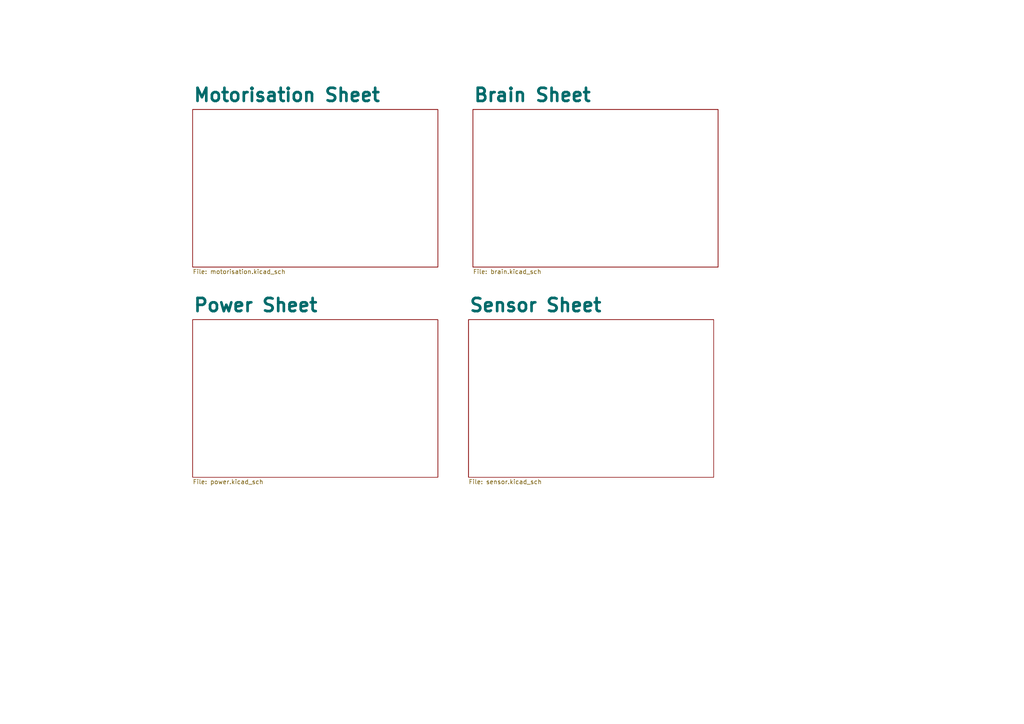
<source format=kicad_sch>
(kicad_sch
	(version 20231120)
	(generator "eeschema")
	(generator_version "8.0")
	(uuid "23d5732b-7ccb-40aa-85a2-3b18421ac23b")
	(paper "A4")
	(lib_symbols)
	(sheet
		(at 55.88 31.75)
		(size 71.12 45.72)
		(fields_autoplaced yes)
		(stroke
			(width 0.1524)
			(type solid)
		)
		(fill
			(color 0 0 0 0.0000)
		)
		(uuid "3b52812e-304f-4912-a30c-3c03f9d89b81")
		(property "Sheetname" "Motorisation Sheet"
			(at 55.88 29.7684 0)
			(effects
				(font
					(size 3.81 3.81)
					(thickness 0.762)
					(bold yes)
				)
				(justify left bottom)
			)
		)
		(property "Sheetfile" "motorisation.kicad_sch"
			(at 55.88 78.0546 0)
			(effects
				(font
					(size 1.27 1.27)
				)
				(justify left top)
			)
		)
		(instances
			(project "StealthKitty.kicad_pro"
				(path "/23d5732b-7ccb-40aa-85a2-3b18421ac23b"
					(page "3")
				)
			)
		)
	)
	(sheet
		(at 137.16 31.75)
		(size 71.12 45.72)
		(fields_autoplaced yes)
		(stroke
			(width 0.1524)
			(type solid)
		)
		(fill
			(color 0 0 0 0.0000)
		)
		(uuid "80e324d5-3692-40e2-ae7b-7b2010b2e090")
		(property "Sheetname" "Brain Sheet"
			(at 137.16 29.7684 0)
			(effects
				(font
					(size 3.81 3.81)
					(thickness 0.762)
					(bold yes)
				)
				(justify left bottom)
			)
		)
		(property "Sheetfile" "brain.kicad_sch"
			(at 137.16 78.0546 0)
			(effects
				(font
					(size 1.27 1.27)
				)
				(justify left top)
			)
		)
		(instances
			(project "StealthKitty.kicad_pro"
				(path "/23d5732b-7ccb-40aa-85a2-3b18421ac23b"
					(page "4")
				)
			)
		)
	)
	(sheet
		(at 55.88 92.71)
		(size 71.12 45.72)
		(fields_autoplaced yes)
		(stroke
			(width 0.1524)
			(type solid)
		)
		(fill
			(color 0 0 0 0.0000)
		)
		(uuid "813d471c-6080-4c02-83a9-e4f8506d7616")
		(property "Sheetname" "Power Sheet"
			(at 55.88 90.7284 0)
			(effects
				(font
					(size 3.81 3.81)
					(thickness 0.762)
					(bold yes)
				)
				(justify left bottom)
			)
		)
		(property "Sheetfile" "power.kicad_sch"
			(at 55.88 139.0146 0)
			(effects
				(font
					(size 1.27 1.27)
				)
				(justify left top)
			)
		)
		(instances
			(project "StealthKitty.kicad_pro"
				(path "/23d5732b-7ccb-40aa-85a2-3b18421ac23b"
					(page "5")
				)
			)
		)
	)
	(sheet
		(at 135.89 92.71)
		(size 71.12 45.72)
		(fields_autoplaced yes)
		(stroke
			(width 0.1524)
			(type solid)
		)
		(fill
			(color 0 0 0 0.0000)
		)
		(uuid "8cd8413a-9ba4-4bd6-b413-2331caa50cc2")
		(property "Sheetname" "Sensor Sheet"
			(at 135.89 90.7284 0)
			(effects
				(font
					(size 3.81 3.81)
					(thickness 0.762)
					(bold yes)
				)
				(justify left bottom)
			)
		)
		(property "Sheetfile" "sensor.kicad_sch"
			(at 135.89 139.0146 0)
			(effects
				(font
					(size 1.27 1.27)
				)
				(justify left top)
			)
		)
		(instances
			(project "StealthKitty.kicad_pro"
				(path "/23d5732b-7ccb-40aa-85a2-3b18421ac23b"
					(page "3")
				)
			)
		)
	)
	(sheet_instances
		(path "/"
			(page "1")
		)
	)
)

</source>
